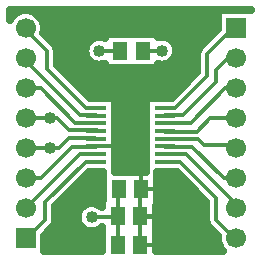
<source format=gtl>
G04 DipTrace 3.0.0.2*
G04 MSP430FR2311_breakout.gtl*
%MOIN*%
G04 #@! TF.FileFunction,Copper,L1,Top*
G04 #@! TF.Part,Single*
G04 #@! TA.AperFunction,Conductor*
%ADD14C,0.012992*%
G04 #@! TA.AperFunction,CopperBalancing*
%ADD15C,0.025*%
%ADD16C,0.013*%
%ADD17R,0.051181X0.059055*%
G04 #@! TA.AperFunction,ComponentPad*
%ADD18R,0.066929X0.066929*%
%ADD19C,0.066929*%
%ADD20R,0.070866X0.015748*%
G04 #@! TA.AperFunction,ViaPad*
%ADD21C,0.04*%
%FSLAX26Y26*%
G04*
G70*
G90*
G75*
G01*
G04 Top*
%LPD*%
X494000Y789000D2*
D14*
X574000D1*
X801598Y466598D2*
Y561598D1*
Y651598D1*
X804000Y654000D1*
X714000Y559000D2*
X799000D1*
X801598Y561598D1*
X949000Y1114000D2*
X883803D1*
X574000Y789000D2*
X604000D1*
X639000Y824000D1*
X725638D1*
X729000Y820638D1*
X876402Y466598D2*
Y561598D1*
Y651598D1*
X878803Y654000D1*
X944000Y559000D2*
X879000D1*
X876402Y561598D1*
X494000Y689000D2*
X544000D1*
X649000Y794000D1*
X727953D1*
X729000Y795047D1*
X494000Y1089000D2*
Y1079000D1*
X674000Y899000D1*
X727409D1*
X729000Y897409D1*
X494000Y1189000D2*
Y1184000D1*
X564000Y1114000D1*
Y1054000D1*
X695000Y923000D1*
X729000D1*
X1194000Y1189000D2*
X1184000D1*
X1099000Y1104000D1*
Y1029000D1*
X993000Y923000D1*
X957346D1*
X1194000Y1089000D2*
X1169000D1*
X1129000Y1049000D1*
Y1009000D1*
X1019000Y899000D1*
X958937D1*
X957346Y897409D1*
X1194000Y989000D2*
X1159000D1*
X1044000Y874000D1*
X959528D1*
X957346Y871819D1*
X1194000Y889000D2*
X1109000D1*
X1064000Y844000D1*
X959575D1*
X957346Y846228D1*
X1194000Y689000D2*
X1154000D1*
X1049000Y794000D1*
X958394D1*
X957346Y795047D1*
X1194000Y589000D2*
X1209000D1*
X1028543Y769457D1*
X957346D1*
X1194000Y489000D2*
X1189000D1*
X1129000Y549000D1*
Y624000D1*
X1009134Y743866D1*
X957354D1*
X494000Y489000D2*
X499000D1*
X559000Y549000D1*
Y609000D1*
X693866Y743866D1*
X729000D1*
X494000Y589000D2*
X509000D1*
Y604000D1*
X674457Y769457D1*
X729000D1*
X494000Y889000D2*
X574000D1*
X739000Y1114000D2*
X809000D1*
X574000Y889000D2*
X599000D1*
X639000Y849000D1*
X731772D1*
X729000Y846228D1*
X494000Y989000D2*
X544000D1*
X659000Y874000D1*
X726819D1*
X729000Y871819D1*
X1194000Y789000D2*
Y799000D1*
X1089000D1*
X1069000Y819000D1*
X958984D1*
X957346Y820638D1*
D21*
X574000Y889000D3*
Y789000D3*
X949000Y1114000D3*
X739000D3*
X714000Y559000D3*
X634000Y474000D3*
X944000Y559000D3*
X543194Y1226631D2*
D15*
X1131554D1*
X555109Y1201762D2*
X1131554D1*
X555206Y1176894D2*
X1122765D1*
X575127Y1152025D2*
X709727D1*
X978253D2*
X1097862D1*
X596759Y1127156D2*
X691906D1*
X996125D2*
X1073009D1*
X599493Y1102287D2*
X691514D1*
X996514D2*
X1063537D1*
X599493Y1077419D2*
X707774D1*
X980206D2*
X1063537D1*
X614581Y1052550D2*
X1063537D1*
X639483Y1027681D2*
X1048546D1*
X664337Y1002812D2*
X1023643D1*
X689190Y977944D2*
X998790D1*
X793438Y953075D2*
X892930D1*
X793438Y928206D2*
X892930D1*
X793438Y903337D2*
X892930D1*
X793438Y878469D2*
X892930D1*
X793438Y853600D2*
X892930D1*
X793438Y828731D2*
X892930D1*
X793438Y803862D2*
X892930D1*
X793438Y778993D2*
X892930D1*
X793438Y754125D2*
X892930D1*
X793438Y729256D2*
X892930D1*
X703546Y704387D2*
X749425D1*
X933379D2*
X999474D1*
X678643Y679518D2*
X749425D1*
X933379D2*
X1024327D1*
X653790Y654650D2*
X749425D1*
X933379D2*
X1049230D1*
X628937Y629781D2*
X749425D1*
X933379D2*
X1074083D1*
X604034Y604912D2*
X704113D1*
X723848D2*
X747033D1*
X933379D2*
X1093517D1*
X594463Y580043D2*
X670030D1*
X930987D2*
X1093517D1*
X594463Y555175D2*
X665147D1*
X930987D2*
X1093517D1*
X588654Y530306D2*
X674913D1*
X930987D2*
X1099327D1*
X564581Y505437D2*
X747033D1*
X930987D2*
X1123399D1*
X556475Y480568D2*
X747033D1*
X930987D2*
X1132139D1*
X556475Y455699D2*
X747033D1*
X930987D2*
X1141613D1*
X707252Y957374D2*
X790933D1*
X790924Y760673D1*
X790933Y710004D1*
X895413Y710028D1*
Y957374D1*
X980717D1*
X1066033Y1042696D1*
X1066105Y1106589D1*
X1067619Y1114197D1*
X1070866Y1121240D1*
X1075668Y1127332D1*
X1075913Y1127559D1*
X1134052Y1185717D1*
X1134035Y1248965D1*
X1246487D1*
X1246500Y1251500D1*
X441500D1*
Y1217955D1*
X445488Y1224247D1*
X451598Y1231402D1*
X458753Y1237512D1*
X466777Y1242429D1*
X475470Y1246030D1*
X484619Y1248226D1*
X494000Y1248965D1*
X503381Y1248226D1*
X512530Y1246030D1*
X521223Y1242429D1*
X529247Y1237512D1*
X536402Y1231402D1*
X542512Y1224247D1*
X547429Y1216223D1*
X551030Y1207530D1*
X553226Y1198381D1*
X553965Y1189000D1*
X553226Y1179619D1*
X551723Y1172930D1*
X589091Y1135429D1*
X593400Y1128980D1*
X596084Y1121703D1*
X596996Y1114000D1*
X596983Y1113667D1*
X596996Y1067663D1*
X707312Y957352D1*
X751920Y709492D2*
X706118D1*
X591970Y595306D1*
X591895Y546411D1*
X590382Y538803D1*
X587134Y531760D1*
X582332Y525668D1*
X582087Y525441D1*
X553986Y497322D1*
X554000Y446500D1*
X749556D1*
Y522626D1*
X749000Y526004D1*
X746803D1*
X741332Y521381D1*
X735110Y517568D1*
X728369Y514776D1*
X721274Y513072D1*
X714000Y512500D1*
X706726Y513072D1*
X699631Y514776D1*
X692890Y517568D1*
X686668Y521381D1*
X681119Y526119D1*
X676381Y531668D1*
X672568Y537890D1*
X669776Y544631D1*
X668072Y551726D1*
X667500Y559000D1*
X668072Y566274D1*
X669776Y573369D1*
X672568Y580110D1*
X676381Y586332D1*
X681119Y591881D1*
X686668Y596619D1*
X692890Y600432D1*
X699631Y603224D1*
X706726Y604928D1*
X714000Y605500D1*
X721274Y604928D1*
X728369Y603224D1*
X735110Y600432D1*
X741332Y596619D1*
X746765Y591987D1*
X749508Y593071D1*
Y617626D1*
X751900D1*
X751909Y709509D1*
X996875Y709492D2*
X930860D1*
X930894Y597972D1*
X928501D1*
X928492Y446483D1*
X1151598Y446598D1*
X1145488Y453753D1*
X1140571Y461777D1*
X1136970Y470470D1*
X1134774Y479619D1*
X1134035Y489000D1*
X1134581Y496755D1*
X1103909Y527571D1*
X1099600Y534020D1*
X1096916Y541297D1*
X1096004Y549000D1*
X1096017Y549333D1*
X1096004Y610377D1*
X996874Y709462D1*
X844213Y1170028D2*
X935894D1*
Y1158651D1*
X945352Y1160357D1*
X952648D1*
X959856Y1159215D1*
X966795Y1156961D1*
X973297Y1153648D1*
X979199Y1149358D1*
X984358Y1144199D1*
X988648Y1138297D1*
X991961Y1131795D1*
X994215Y1124856D1*
X995357Y1117648D1*
Y1110352D1*
X994215Y1103144D1*
X991961Y1096205D1*
X988648Y1089703D1*
X984358Y1083801D1*
X979199Y1078642D1*
X973297Y1074352D1*
X966795Y1071039D1*
X959856Y1068785D1*
X952648Y1067643D1*
X945352D1*
X938144Y1068785D1*
X935907Y1069416D1*
X935894Y1057972D1*
X756909D1*
X756795Y1071039D1*
X749856Y1068785D1*
X742648Y1067643D1*
X735352D1*
X728144Y1068785D1*
X721205Y1071039D1*
X714703Y1074352D1*
X708801Y1078642D1*
X703642Y1083801D1*
X699352Y1089703D1*
X696039Y1096205D1*
X693785Y1103144D1*
X692643Y1110352D1*
Y1117648D1*
X693785Y1124856D1*
X696039Y1131795D1*
X699352Y1138297D1*
X703642Y1144199D1*
X708801Y1149358D1*
X714703Y1153648D1*
X721205Y1156961D1*
X728144Y1159215D1*
X735352Y1160357D1*
X742648D1*
X749856Y1159215D1*
X756911Y1156907D1*
X756909Y1170028D1*
X861091Y1169979D1*
X729000Y795047D2*
D16*
X790885D1*
X876402Y561598D2*
X928444D1*
X878803Y709979D2*
Y654000D1*
X930845D1*
X876402Y466598D2*
X928444D1*
D17*
X801598Y561598D3*
X876402D3*
X804000Y654000D3*
X878803D3*
X801598Y466598D3*
X876402D3*
D18*
X494000Y489000D3*
D19*
Y589000D3*
Y689000D3*
Y789000D3*
Y889000D3*
Y989000D3*
Y1089000D3*
Y1189000D3*
D18*
X1194000D3*
D19*
Y1089000D3*
Y989000D3*
Y889000D3*
Y789000D3*
Y689000D3*
Y589000D3*
Y489000D3*
D17*
X883803Y1114000D3*
X809000D3*
D20*
X729000Y923000D3*
Y897409D3*
Y871819D3*
Y846228D3*
Y820638D3*
Y795047D3*
Y769457D3*
Y743866D3*
X957354D3*
X957346Y769457D3*
Y795047D3*
Y820638D3*
Y846228D3*
Y871819D3*
Y897409D3*
Y923000D3*
M02*

</source>
